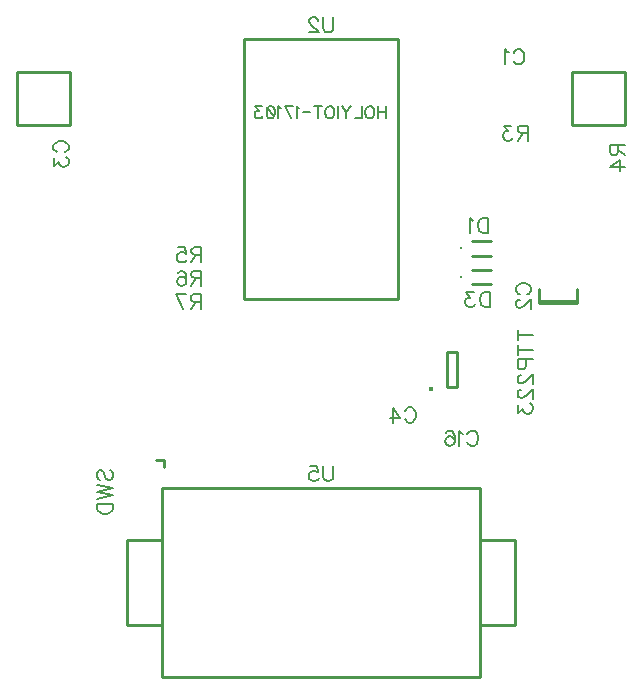
<source format=gbr>
G04 DipTrace 3.2.0.1*
G04 Íèæíÿÿìàðêèðîâêà.gbr*
%MOMM*%
G04 #@! TF.FileFunction,Legend,Bot*
G04 #@! TF.Part,Single*
%ADD10C,0.25*%
%ADD21O,0.23961X0.23999*%
%ADD28C,0.39108*%
%ADD53C,0.19608*%
%ADD54C,0.15686*%
%FSLAX35Y35*%
G04*
G71*
G90*
G75*
G01*
G04 BotSilk*
%LPD*%
X1847183Y732581D2*
D10*
X2167463D1*
X1847183Y713499D2*
X2167463D1*
X1847183D2*
X1847319Y833733D1*
X2167463Y713499D2*
X2167327Y833733D1*
X1280237Y1117885D2*
X1440235D1*
X1280237Y1237882D2*
X1440235D1*
D21*
X1186237Y1177883D3*
X1283107Y874745D2*
D10*
X1443105D1*
X1283107Y994742D2*
X1443105D1*
D21*
X1189107Y934743D3*
X-1396228Y-610175D2*
D10*
X-1333246Y-610232D1*
X-1331753Y-610740D2*
X-1331863Y-673684D1*
X649950Y2950000D2*
X-649950D1*
Y750050D1*
X649950D1*
Y2950000D1*
X-2574992Y2675000D2*
X-2125008D1*
Y2225000D1*
X-2574992D1*
Y2675000D1*
X2125008D2*
X2574992D1*
Y2225000D1*
X2125008D1*
Y2675000D1*
X-1343212Y-850000D2*
X1346930D1*
Y-2450000D1*
X-1343212D1*
Y-850000D1*
X-1643018Y-1290000D2*
X-1342874D1*
X-1643018Y-2010000D2*
X-1342874D1*
X-1643018Y-1290000D2*
Y-2010000D1*
X1342874Y-1290000D2*
X1643018D1*
X1342874Y-2010000D2*
X1643018D1*
Y-1290000D2*
Y-2010000D1*
D28*
X932225Y-11810D3*
X1069568Y1556D2*
D10*
X1069607Y301535D1*
X1149564Y1523D2*
Y301535D1*
X1069607D2*
X1149564D1*
X1069568Y1556D2*
X1149564Y1523D1*
X1630948Y2833094D2*
D53*
X1636985Y2845167D1*
X1649198Y2857380D1*
X1661271Y2863417D1*
X1685558D1*
X1697771Y2857380D1*
X1709844Y2845167D1*
X1716021Y2833094D1*
X1722058Y2814844D1*
Y2784380D1*
X1716021Y2766270D1*
X1709844Y2754057D1*
X1697771Y2741984D1*
X1685558Y2735807D1*
X1661271D1*
X1649198Y2741984D1*
X1636985Y2754057D1*
X1630948Y2766270D1*
X1591732Y2838990D2*
X1579519Y2845167D1*
X1561269Y2863276D1*
Y2735807D1*
X1681660Y790293D2*
X1669587Y796330D1*
X1657373Y808543D1*
X1651337Y820616D1*
Y844903D1*
X1657373Y857116D1*
X1669587Y869189D1*
X1681660Y875366D1*
X1699910Y881403D1*
X1730373D1*
X1748483Y875366D1*
X1760696Y869189D1*
X1772770Y857116D1*
X1778946Y844903D1*
Y820616D1*
X1772770Y808543D1*
X1760696Y796330D1*
X1748483Y790293D1*
X1681800Y744901D2*
X1675764D1*
X1663550Y738864D1*
X1657514Y732828D1*
X1651477Y720614D1*
Y696328D1*
X1657514Y684254D1*
X1663550Y678218D1*
X1675764Y672041D1*
X1687837D1*
X1700050Y678218D1*
X1718160Y690291D1*
X1778946Y751077D1*
Y666004D1*
X-2233720Y1992933D2*
X-2245793Y1998970D1*
X-2258007Y2011183D1*
X-2264043Y2023256D1*
Y2047543D1*
X-2258007Y2059756D1*
X-2245793Y2071829D1*
X-2233720Y2078006D1*
X-2215470Y2084043D1*
X-2185007D1*
X-2166897Y2078006D1*
X-2154684Y2071829D1*
X-2142610Y2059756D1*
X-2136434Y2047543D1*
Y2023256D1*
X-2142610Y2011183D1*
X-2154684Y1998970D1*
X-2166897Y1992933D1*
X-2263903Y1941504D2*
Y1874821D1*
X-2215330Y1911181D1*
Y1892931D1*
X-2209293Y1880858D1*
X-2203257Y1874821D1*
X-2185007Y1868644D1*
X-2172934D1*
X-2154684Y1874821D1*
X-2142470Y1886894D1*
X-2136434Y1905144D1*
X-2136433Y1923394D1*
X-2142470Y1941504D1*
X-2148647Y1947540D1*
X-2160720Y1953717D1*
X1240450Y-395513D2*
X1246486Y-383440D1*
X1258700Y-371227D1*
X1270773Y-365190D1*
X1295059D1*
X1307273Y-371227D1*
X1319346Y-383440D1*
X1325523Y-395513D1*
X1331559Y-413763D1*
Y-444227D1*
X1325523Y-462337D1*
X1319346Y-474550D1*
X1307273Y-486623D1*
X1295059Y-492800D1*
X1270773D1*
X1258700Y-486623D1*
X1246486Y-474550D1*
X1240450Y-462337D1*
X1201234Y-389617D2*
X1189021Y-383440D1*
X1170771Y-365331D1*
Y-492800D1*
X1058695Y-383440D2*
X1064732Y-371367D1*
X1082982Y-365331D1*
X1095055D1*
X1113305Y-371367D1*
X1125518Y-389617D1*
X1131555Y-419940D1*
Y-450263D1*
X1125518Y-474550D1*
X1113305Y-486763D1*
X1095055Y-492800D1*
X1089018D1*
X1070909Y-486763D1*
X1058695Y-474550D1*
X1052659Y-456300D1*
Y-450263D1*
X1058695Y-432013D1*
X1070909Y-419940D1*
X1089018Y-413904D1*
X1095055D1*
X1113305Y-419940D1*
X1125518Y-432013D1*
X1131555Y-450263D1*
X1415186Y1436695D2*
Y1309085D1*
X1372650D1*
X1354400Y1315262D1*
X1342186Y1327335D1*
X1336150Y1339549D1*
X1330113Y1357658D1*
Y1388122D1*
X1336150Y1406372D1*
X1342186Y1418445D1*
X1354400Y1430658D1*
X1372650Y1436695D1*
X1415186D1*
X1290897Y1412268D2*
X1278684Y1418445D1*
X1260434Y1436555D1*
Y1309085D1*
X1430371Y809855D2*
Y682245D1*
X1387834D1*
X1369584Y688422D1*
X1357371Y700495D1*
X1351334Y712709D1*
X1345298Y730818D1*
Y761282D1*
X1351334Y779532D1*
X1357371Y791605D1*
X1369584Y803818D1*
X1387834Y809855D1*
X1430371D1*
X1293869Y809715D2*
X1227186D1*
X1263546Y761141D1*
X1245296D1*
X1233223Y755105D1*
X1227186Y749068D1*
X1221009Y730818D1*
Y718745D1*
X1227186Y700495D1*
X1239259Y688282D1*
X1257509Y682245D1*
X1275759D1*
X1293869Y688282D1*
X1299905Y694459D1*
X1306082Y706532D1*
X-1873453Y-782071D2*
X-1885667Y-769998D1*
X-1891703Y-751748D1*
Y-727461D1*
X-1885667Y-709211D1*
X-1873453Y-696998D1*
X-1861380D1*
X-1849167Y-703175D1*
X-1843130Y-709211D1*
X-1837094Y-721285D1*
X-1824880Y-757785D1*
X-1818844Y-769998D1*
X-1812667Y-776035D1*
X-1800594Y-782071D1*
X-1782344D1*
X-1770271Y-769998D1*
X-1764094Y-751748D1*
Y-727461D1*
X-1770271Y-709211D1*
X-1782344Y-696998D1*
X-1891703Y-821287D2*
X-1764094Y-851750D1*
X-1891703Y-882073D1*
X-1764094Y-912396D1*
X-1891703Y-942860D1*
Y-982075D2*
X-1764094D1*
X-1764093Y-1024612D1*
X-1770270Y-1042862D1*
X-1782344Y-1055075D1*
X-1794557Y-1061112D1*
X-1812667Y-1067148D1*
X-1843130D1*
X-1861380Y-1061112D1*
X-1873453Y-1055075D1*
X-1885667Y-1042862D1*
X-1891703Y-1024612D1*
Y-982075D1*
X1750078Y2156447D2*
X1695468D1*
X1677218Y2162624D1*
X1671041Y2168660D1*
X1665005Y2180733D1*
Y2192947D1*
X1671041Y2205020D1*
X1677218Y2211197D1*
X1695468Y2217233D1*
X1750078D1*
Y2089624D1*
X1707541Y2156447D2*
X1665005Y2089624D1*
X1613575Y2217093D2*
X1546893D1*
X1583252Y2168520D1*
X1565002D1*
X1552929Y2162483D1*
X1546893Y2156447D1*
X1540716Y2138197D1*
Y2126124D1*
X1546893Y2107874D1*
X1558966Y2095660D1*
X1577216Y2089624D1*
X1595466D1*
X1613575Y2095660D1*
X1619612Y2101837D1*
X1625789Y2113910D1*
X2511420Y2051283D2*
Y1996673D1*
X2505243Y1978423D1*
X2499207Y1972246D1*
X2487134Y1966210D1*
X2474920D1*
X2462847Y1972246D1*
X2456670Y1978423D1*
X2450634Y1996673D1*
Y2051283D1*
X2578243D1*
X2511420Y2008746D2*
X2578243Y1966209D1*
Y1866207D2*
X2450774Y1866208D1*
X2535707Y1926994D1*
X2535706Y1835884D1*
X-1012199Y1126473D2*
X-1066809D1*
X-1085059Y1132650D1*
X-1091236Y1138687D1*
X-1097272Y1150760D1*
Y1162973D1*
X-1091236Y1175046D1*
X-1085059Y1181223D1*
X-1066809Y1187260D1*
X-1012199D1*
Y1059650D1*
X-1054736Y1126473D2*
X-1097272Y1059650D1*
X-1209347Y1187120D2*
X-1148701D1*
X-1142665Y1132510D1*
X-1148701Y1138546D1*
X-1166951Y1144723D1*
X-1185061D1*
X-1203311Y1138546D1*
X-1215524Y1126473D1*
X-1221561Y1108223D1*
Y1096150D1*
X-1215524Y1077900D1*
X-1203311Y1065687D1*
X-1185061Y1059650D1*
X-1166951D1*
X-1148701Y1065687D1*
X-1142665Y1071864D1*
X-1136488Y1083937D1*
X-1013898Y928127D2*
X-1068507D1*
X-1086757Y934304D1*
X-1092934Y940340D1*
X-1098971Y952413D1*
Y964627D1*
X-1092934Y976700D1*
X-1086757Y982877D1*
X-1068507Y988913D1*
X-1013898D1*
Y861304D1*
X-1056434Y928127D2*
X-1098971Y861304D1*
X-1211046Y970663D2*
X-1205009Y982736D1*
X-1186759Y988773D1*
X-1174686D1*
X-1156436Y982736D1*
X-1144223Y964486D1*
X-1138186Y934163D1*
Y903840D1*
X-1144223Y879554D1*
X-1156436Y867340D1*
X-1174686Y861304D1*
X-1180723D1*
X-1198832Y867340D1*
X-1211046Y879554D1*
X-1217082Y897804D1*
Y903840D1*
X-1211046Y922090D1*
X-1198832Y934163D1*
X-1180723Y940200D1*
X-1174686D1*
X-1156436Y934163D1*
X-1144223Y922090D1*
X-1138186Y903840D1*
X-1017349Y728193D2*
X-1071959D1*
X-1090209Y734370D1*
X-1096386Y740407D1*
X-1102422Y752480D1*
Y764693D1*
X-1096386Y776766D1*
X-1090209Y782943D1*
X-1071959Y788980D1*
X-1017349D1*
Y661370D1*
X-1059886Y728193D2*
X-1102422Y661370D1*
X-1165924D2*
X-1226711Y788840D1*
X-1141638D1*
X104681Y3135987D2*
Y3044877D1*
X98644Y3026627D1*
X86431Y3014554D1*
X68181Y3008377D1*
X56108D1*
X37858Y3014554D1*
X25644Y3026627D1*
X19608Y3044877D1*
Y3135987D1*
X-25785Y3105523D2*
Y3111560D1*
X-31821Y3123773D1*
X-37858Y3129810D1*
X-50071Y3135846D1*
X-74358D1*
X-86431Y3129810D1*
X-92467Y3123773D1*
X-98644Y3111560D1*
Y3099487D1*
X-92467Y3087273D1*
X-80394Y3069164D1*
X-19608Y3008377D1*
X-104681D1*
X104681Y-664013D2*
Y-755123D1*
X98644Y-773373D1*
X86431Y-785446D1*
X68181Y-791623D1*
X56108D1*
X37858Y-785446D1*
X25644Y-773373D1*
X19608Y-755123D1*
Y-664013D1*
X-92467Y-664154D2*
X-31821D1*
X-25785Y-718763D1*
X-31821Y-712727D1*
X-50071Y-706550D1*
X-68181D1*
X-86431Y-712727D1*
X-98644Y-724800D1*
X-104681Y-743050D1*
Y-755123D1*
X-98644Y-773373D1*
X-86431Y-785586D1*
X-68181Y-791623D1*
X-50071D1*
X-31821Y-785586D1*
X-25785Y-779410D1*
X-19608Y-767336D1*
X1665768Y444346D2*
X1793378D1*
X1665768Y486882D2*
Y401809D1*
Y320057D2*
X1793378D1*
X1665768Y362593D2*
Y277520D1*
X1732591Y238305D2*
Y183555D1*
X1726555Y165445D1*
X1720378Y159268D1*
X1708305Y153232D1*
X1690055D1*
X1677982Y159268D1*
X1671805Y165445D1*
X1665768Y183555D1*
Y238305D1*
X1793378D1*
X1696232Y107839D2*
X1690195D1*
X1677982Y101802D1*
X1671945Y95766D1*
X1665909Y83552D1*
Y59266D1*
X1671945Y47193D1*
X1677982Y41156D1*
X1690195Y34979D1*
X1702268D1*
X1714482Y41156D1*
X1732591Y53229D1*
X1793378Y114016D1*
Y28943D1*
X1696232Y-16450D2*
X1690195D1*
X1677982Y-22486D1*
X1671945Y-28523D1*
X1665909Y-40736D1*
Y-65023D1*
X1671945Y-77096D1*
X1677982Y-83132D1*
X1690195Y-89309D1*
X1702268D1*
X1714482Y-83132D1*
X1732591Y-71059D1*
X1793378Y-10273D1*
Y-95346D1*
X1665908Y-146775D2*
Y-213458D1*
X1714482Y-177098D1*
Y-195348D1*
X1720518Y-207421D1*
X1726555Y-213458D1*
X1744805Y-219634D1*
X1756878D1*
X1775128Y-213458D1*
X1787341Y-201384D1*
X1793378Y-183135D1*
Y-164885D1*
X1787341Y-146775D1*
X1781164Y-140738D1*
X1769091Y-134562D1*
X711991Y-198880D2*
X718027Y-186807D1*
X730241Y-174593D1*
X742314Y-168557D1*
X766600D1*
X778814Y-174593D1*
X790887Y-186807D1*
X797064Y-198880D1*
X803100Y-217130D1*
Y-247593D1*
X797064Y-265703D1*
X790887Y-277916D1*
X778814Y-289989D1*
X766600Y-296166D1*
X742314D1*
X730241Y-289989D1*
X718027Y-277916D1*
X711991Y-265703D1*
X611988Y-296166D2*
Y-168697D1*
X672775Y-253630D1*
X581665D1*
X553190Y2382630D2*
D54*
Y2280542D1*
X485131Y2382630D2*
Y2280542D1*
X553190Y2334001D2*
X485131D1*
X424559Y2382630D2*
X434330Y2377801D1*
X443988Y2368030D1*
X448930Y2358371D1*
X453759Y2343771D1*
Y2319401D1*
X448930Y2304913D1*
X443988Y2295142D1*
X434330Y2285484D1*
X424559Y2280542D1*
X405130D1*
X395471Y2285484D1*
X385700Y2295142D1*
X380871Y2304913D1*
X376042Y2319401D1*
Y2343771D1*
X380871Y2358371D1*
X385700Y2368030D1*
X395471Y2377801D1*
X405130Y2382630D1*
X424559D1*
X344669D2*
Y2280542D1*
X286382D1*
X255009Y2382630D2*
X216151Y2334001D1*
Y2280542D1*
X177292Y2382630D2*
X216151Y2334001D1*
X145920Y2382630D2*
Y2280542D1*
X85347Y2382630D2*
X95118Y2377801D1*
X104776Y2368030D1*
X109718Y2358371D1*
X114547Y2343771D1*
Y2319401D1*
X109718Y2304913D1*
X104776Y2295142D1*
X95118Y2285484D1*
X85347Y2280542D1*
X65918D1*
X56259Y2285484D1*
X46489Y2295142D1*
X41659Y2304913D1*
X36830Y2319401D1*
Y2343771D1*
X41659Y2358371D1*
X46489Y2368030D1*
X56259Y2377801D1*
X65918Y2382630D1*
X85347D1*
X-28572D2*
Y2280542D1*
X5458Y2382630D2*
X-62601D1*
X-93973Y2331530D2*
X-150127D1*
X-181500Y2363088D2*
X-191271Y2368030D1*
X-205871Y2382518D1*
Y2280542D1*
X-256672D2*
X-305302Y2382518D1*
X-237243D1*
X-336674Y2363088D2*
X-346445Y2368030D1*
X-361045Y2382518D1*
Y2280542D1*
X-421617Y2382518D2*
X-407017Y2377688D1*
X-397247Y2363088D1*
X-392417Y2338830D1*
Y2324230D1*
X-397247Y2299971D1*
X-407017Y2285371D1*
X-421617Y2280542D1*
X-431276D1*
X-445876Y2285371D1*
X-455534Y2299971D1*
X-460476Y2324230D1*
Y2338830D1*
X-455534Y2363088D1*
X-445876Y2377688D1*
X-431276Y2382518D1*
X-421617D1*
X-455534Y2363088D2*
X-397247Y2299971D1*
X-501619Y2382518D2*
X-554965D1*
X-525878Y2343659D1*
X-540478D1*
X-550136Y2338830D1*
X-554965Y2334001D1*
X-559907Y2319401D1*
Y2309742D1*
X-554965Y2295142D1*
X-545307Y2285371D1*
X-530707Y2280542D1*
X-516107D1*
X-501619Y2285371D1*
X-496790Y2290313D1*
X-491848Y2299971D1*
M02*

</source>
